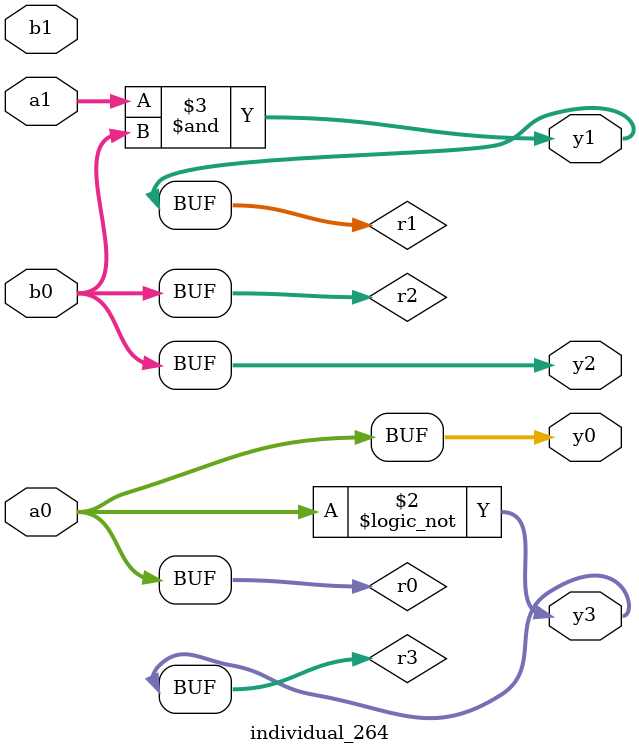
<source format=sv>
module individual_264(input logic [15:0] a1, input logic [15:0] a0, input logic [15:0] b1, input logic [15:0] b0, output logic [15:0] y3, output logic [15:0] y2, output logic [15:0] y1, output logic [15:0] y0);
logic [15:0] r0, r1, r2, r3; 
 always@(*) begin 
	 r0 = a0; r1 = a1; r2 = b0; r3 = b1; 
 	 r3 = ! a0 ;
 	 r1  &=  b0 ;
 	 y3 = r3; y2 = r2; y1 = r1; y0 = r0; 
end
endmodule
</source>
